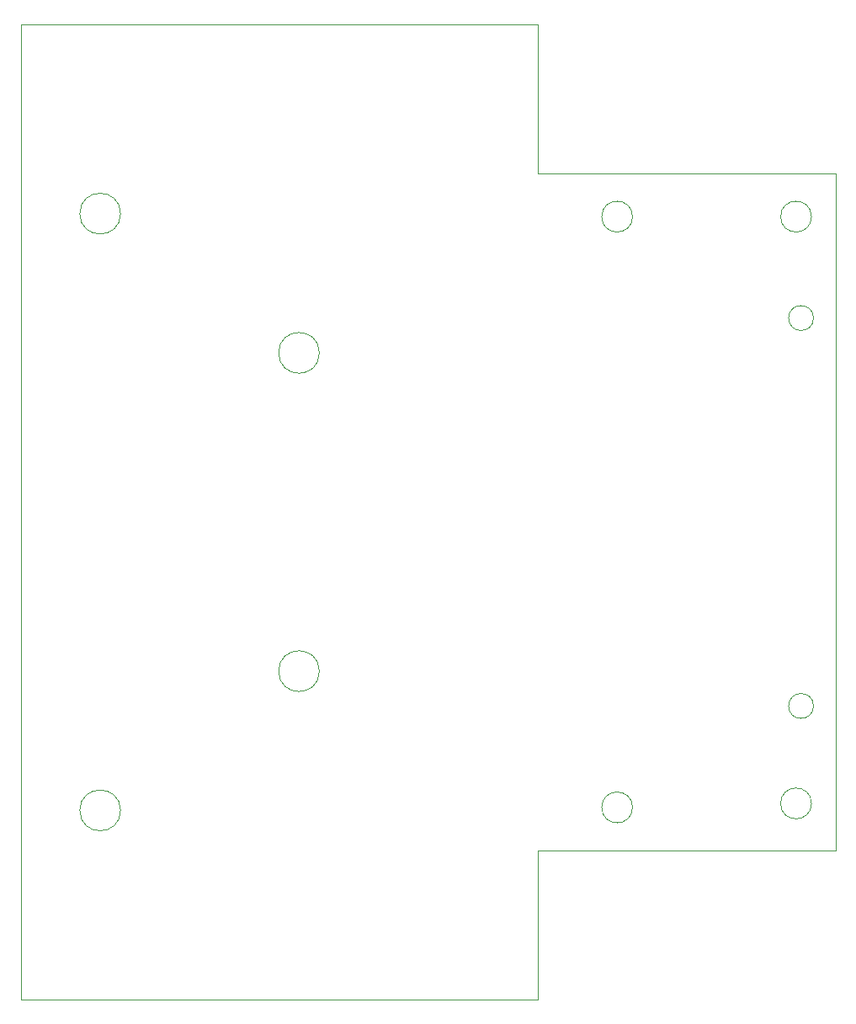
<source format=gbr>
%TF.GenerationSoftware,KiCad,Pcbnew,8.0.2*%
%TF.CreationDate,2024-10-27T19:27:45+01:00*%
%TF.ProjectId,CalkaBot_PCB,43616c6b-6142-46f7-945f-5043422e6b69,rev?*%
%TF.SameCoordinates,Original*%
%TF.FileFunction,Profile,NP*%
%FSLAX46Y46*%
G04 Gerber Fmt 4.6, Leading zero omitted, Abs format (unit mm)*
G04 Created by KiCad (PCBNEW 8.0.2) date 2024-10-27 19:27:45*
%MOMM*%
%LPD*%
G01*
G04 APERTURE LIST*
%TA.AperFunction,Profile*%
%ADD10C,0.050000*%
%TD*%
G04 APERTURE END LIST*
D10*
X99750000Y-87500000D02*
G75*
G02*
X97250000Y-87500000I-1250000J0D01*
G01*
X97250000Y-87500000D02*
G75*
G02*
X99750000Y-87500000I1250000J0D01*
G01*
X81550000Y-38300000D02*
G75*
G02*
X78450000Y-38300000I-1550000J0D01*
G01*
X78450000Y-38300000D02*
G75*
G02*
X81550000Y-38300000I1550000J0D01*
G01*
X102000000Y-102000000D02*
X72000000Y-102000000D01*
X72000000Y-19000000D02*
X20000000Y-19000000D01*
X99550000Y-97300000D02*
G75*
G02*
X96450000Y-97300000I-1550000J0D01*
G01*
X96450000Y-97300000D02*
G75*
G02*
X99550000Y-97300000I1550000J0D01*
G01*
X81550000Y-97700000D02*
G75*
G02*
X78450000Y-97700000I-1550000J0D01*
G01*
X78450000Y-97700000D02*
G75*
G02*
X81550000Y-97700000I1550000J0D01*
G01*
X30050000Y-38000000D02*
G75*
G02*
X25950000Y-38000000I-2050000J0D01*
G01*
X25950000Y-38000000D02*
G75*
G02*
X30050000Y-38000000I2050000J0D01*
G01*
X30050000Y-98000000D02*
G75*
G02*
X25950000Y-98000000I-2050000J0D01*
G01*
X25950000Y-98000000D02*
G75*
G02*
X30050000Y-98000000I2050000J0D01*
G01*
X20000000Y-117000000D02*
X20000000Y-19000000D01*
X99550000Y-38300000D02*
G75*
G02*
X96450000Y-38300000I-1550000J0D01*
G01*
X96450000Y-38300000D02*
G75*
G02*
X99550000Y-38300000I1550000J0D01*
G01*
X50050000Y-84000000D02*
G75*
G02*
X45950000Y-84000000I-2050000J0D01*
G01*
X45950000Y-84000000D02*
G75*
G02*
X50050000Y-84000000I2050000J0D01*
G01*
X50050000Y-52000000D02*
G75*
G02*
X45950000Y-52000000I-2050000J0D01*
G01*
X45950000Y-52000000D02*
G75*
G02*
X50050000Y-52000000I2050000J0D01*
G01*
X20000000Y-117000000D02*
X72000000Y-117000000D01*
X102000000Y-34000000D02*
X72000000Y-34000000D01*
X72000000Y-102000000D02*
X72000000Y-117000000D01*
X72000000Y-19000000D02*
X72000000Y-34000000D01*
X102000000Y-34000000D02*
X102000000Y-102000000D01*
X99750000Y-48500000D02*
G75*
G02*
X97250000Y-48500000I-1250000J0D01*
G01*
X97250000Y-48500000D02*
G75*
G02*
X99750000Y-48500000I1250000J0D01*
G01*
M02*

</source>
